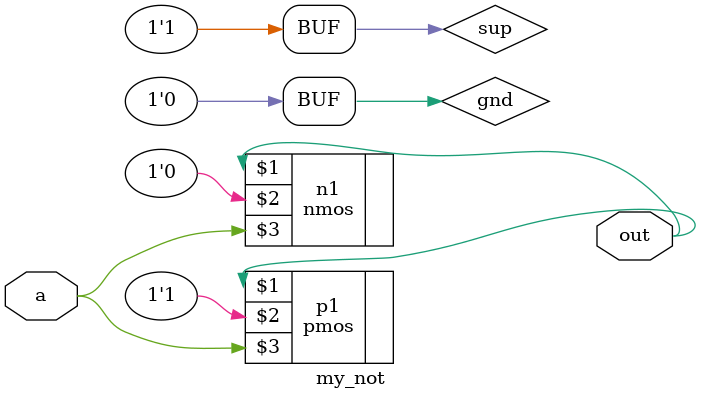
<source format=v>
module sign_extend(in, out);
  input [15:0] in;
  output [31:0] out;

  assign out = {{16{in[15]}}, in};
endmodule

// модуль, который реализует побитовый сдвиг числа
// влево на 2 бита
module shl_2(in, out);
  input [31:0] in;
  output [31:0] out;

  assign out = {in[29:0], 2'b00};
endmodule

// 32 битный сумматор
module adder(a, b, out);
  input [31:0] a, b;
  output [31:0] out;

  assign out = a + b;
endmodule

// 32-битный мультиплексор
module mux2_32(d0, d1, a, out);
  input [31:0] d0, d1;
  input a;
  output [31:0] out;
  assign out = a ? d1 : d0;
endmodule

// 5 - битный мультиплексор
module mux2_5(d0, d1, a, out);
  input [4:0] d0, d1;
  input a;
  output [4:0] out;
  assign out = a ? d1 : d0;
endmodule

module alu(a, b, control, res, zero);
  input [31:0] a, b;
  input [2:0] control;
  output [31:0] res;
  output zero;

  wire [2:0] add = 3'b010, sub = 3'b110, kon = 3'b000, dis = 3'b001, slt = 3'b111;

  reg [31:0] reg_res;

  always @(*) begin
    case(control)
      add : 
        reg_res = a + b;
      sub : 
        reg_res = a - b;
      kon : 
        reg_res = a & b;
      dis :
        reg_res = a | b;
      slt : begin
        // if (a < b) begin
        //   reg_res = 32'b00000000000000000000000000000001;
        // end else begin
        //   reg_res = 32'b00000000000000000000000000000000;
        // end
        reg_res[31:1] = 31'b0000000000000000000000000000000;
        reg_res[0] = a[31] != b[31] ? (a[31] > b[31] ? 1 : 0) : (a < b ? 1 : 0);
        // if (a[31] == b[31]) begin
        //   if (a[31] == 1'b1) begin
            
        //   end
        // end
      end
    endcase
  end
  
  assign zero = reg_res == 32'b00000000000000000000000000000000;

  assign res = reg_res;

endmodule

module control_unit(opcode, funct, memto_reg, mem_write, bne_out, beq_out, alu_control, alu_src, reg_dst, reg_write, j_out, jal_out, jr);
  input [5:0] opcode;
  input [5:0] funct;

  wire [5:0] lw = 6'b100011, sw = 6'b101011, beq = 6'b000100, r_type = 6'b000000, addi = 6'b001000, andi = 6'b001100, bne = 6'b000101, j = 6'b000010, jal = 6'b000011;

  output [2:0] alu_control;
  output memto_reg, mem_write, bne_out, beq_out, alu_src, reg_dst, reg_write, j_out, jal_out, jr;

  reg [2:0] reg_alu_control;
  reg [1:0] alu_op;
  reg reg_memto_reg, reg_mem_write, reg_bne, reg_beq, reg_alu_src, reg_reg_dst, reg_reg_write, reg_j, reg_jal;
  
  always @(*) begin
    case(opcode)
      lw : begin
        reg_memto_reg = 1'b1;
        reg_mem_write = 1'b0;
        reg_bne = 1'b0;
        reg_beq = 1'b0;
        alu_op = 2'b00;
        reg_alu_src = 1'b1;
        reg_reg_dst = 1'b0;
        reg_reg_write = 1'b1;
        reg_j = 1'b0;
        reg_jal = 1'b0;
      end
      sw : begin
        reg_memto_reg = 1'b0;
        reg_mem_write = 1'b1;
        reg_bne = 1'b0;
        reg_beq = 1'b0;
        alu_op = 2'b00;
        reg_alu_src = 1'b1;
        reg_reg_dst = 1'b0;
        reg_reg_write = 1'b0;
        reg_j = 1'b0;
        reg_jal = 1'b0;
      end
      beq : begin
        reg_memto_reg = 1'b0;
        reg_mem_write = 1'b0;
        reg_bne = 1'b0;
        reg_beq = 1'b1;
        alu_op = 2'b01;
        reg_alu_src = 1'b0;
        reg_reg_dst = 1'b0;
        reg_reg_write = 1'b0;
        reg_j = 1'b0;
        reg_jal = 1'b0;
      end
      r_type : begin
        reg_memto_reg = 1'b0;
        reg_mem_write = 1'b0;
        reg_bne = 1'b0;
        reg_beq = 1'b0;
        alu_op = 2'b10;
        reg_alu_src = 1'b0;
        reg_reg_dst = 1'b1;
        if (funct == 6'b001000)
          reg_reg_write = 1'b0;
        else
          reg_reg_write = 1'b1;
        reg_j = 1'b0;
        reg_jal = 1'b0;
      end
      addi: begin
        reg_memto_reg = 1'b0;
        reg_mem_write = 1'b0;
        reg_bne = 1'b0;
        reg_beq = 1'b0;
        alu_op = 2'b00;
        reg_alu_src = 1'b1;
        reg_reg_dst = 1'b0;
        reg_reg_write = 1'b1;
        reg_j = 1'b0;
        reg_jal = 1'b0;
      end
      andi: begin
        reg_memto_reg = 1'b0;
        reg_mem_write = 1'b0;
        reg_bne = 1'b0;
        reg_beq = 1'b0;
        alu_op = 2'b11;
        reg_alu_src = 1'b1;
        reg_reg_dst = 1'b0;
        reg_reg_write = 1'b1;
        reg_j = 1'b0;
        reg_jal = 1'b0;
      end
      bne: begin
        reg_memto_reg = 1'b0;
        reg_mem_write = 1'b0;
        reg_bne = 1'b1;
        reg_beq = 1'b0;
        alu_op = 2'b01;
        reg_alu_src = 1'b0;
        reg_reg_dst = 1'b0;
        reg_reg_write = 1'b0;
        reg_j = 1'b0;
        reg_jal = 1'b0;
      end
      j: begin
        reg_memto_reg = 1'b0;
        reg_mem_write = 1'b0;
        reg_bne = 1'b0;
        reg_beq = 1'b0;
        alu_op = 2'b00;
        reg_alu_src = 1'b0;
        reg_reg_dst = 1'b0;
        reg_reg_write = 1'b0;
        reg_jal = 1'b0;
        reg_j = 1'b1;
      end
      jal: begin
        reg_memto_reg = 1'b0;
        reg_mem_write = 1'b0;
        reg_bne = 1'b0;
        reg_beq = 1'b0;
        alu_op = 2'b00;
        reg_alu_src = 1'b0;
        reg_reg_dst = 1'b0;
        reg_reg_write = 1'b1;
        reg_j = 1'b1;
        reg_jal = 1'b1;
      end
    endcase
  end

  assign memto_reg = reg_memto_reg;
  assign mem_write = reg_mem_write;
  assign bne_out = reg_bne;
  assign beq_out = reg_beq;
  assign alu_src = reg_alu_src;
  assign reg_dst = reg_reg_dst;
  assign reg_write = reg_reg_write;
  assign j_out = reg_j;
  assign jal_out = reg_jal;

  alu_decoder decoder (alu_op, funct, alu_control, jr);
endmodule

module alu_decoder (alu_op, funct, alu_control, jr);
  input [1:0] alu_op;
  input [5:0] funct;

  wire [1:0] add = 2'b00, subtract = 2'b01, look_funct = 2'b10, andi = 2'b11;
  wire [5:0] add_fun = 6'b100000, sub_fun = 6'b100010, and_fun = 6'b100100, or_fun = 6'b100101, slt_fun = 6'b101010, jr_fun = 6'b001000;

  output [2:0] alu_control;
  output jr;

  reg [2:0] reg_alu_control;
  reg reg_jr;

  always @(*) begin
    case(alu_op)
      add : begin 
        reg_alu_control = 3'b010;
        reg_jr = 1'b0;
      end
      subtract : begin 
        reg_alu_control = 3'b110;
        reg_jr = 1'b0;
      end
      look_funct : 
        case(funct)
          add_fun: begin
            reg_alu_control = 3'b010;
            reg_jr = 1'b0;
          end
          sub_fun: begin 
            reg_alu_control = 3'b110;
            reg_jr = 1'b0;
          end
          and_fun: begin
            reg_alu_control = 3'b000;
            reg_jr = 1'b0;
          end
          or_fun: begin
            reg_alu_control = 3'b001;
            reg_jr = 1'b0;
          end
          slt_fun: begin
            reg_alu_control = 3'b111;
            reg_jr = 1'b0;
          end
          jr_fun: begin
            reg_alu_control = 3'b100;
            reg_jr = 1'b1;
          end
        endcase
      andi : begin
        reg_alu_control = 3'b000;
        reg_jr = 1'b0;
      end
    endcase
  end

  // funct_decoder decoder_fff (funct, alu_control);
  assign alu_control = reg_alu_control;
  assign jr = reg_jr;
endmodule

module my_not(a, out);
  input a;
  output out;
  supply1 sup;
  supply0 gnd;

  pmos p1 (out, sup, a);
  nmos n1 (out, gnd, a);
endmodule

// module funct_decoder (funct, alu_control);
//   input [5:0] funct;

//   wire [5:0] add = 6'b100000, subtract = 6'b100010, andd = 6'b100100, orr = 6'b100101, slt = 6'b101010;

//   output [2:0] alu_control;

//   reg [2:0] reg_alu_control;

//   always @(*) begin
//     case(funct)
//       add :
//         reg_alu_control = 3'b010;
//       subtract :
//         reg_alu_control = 3'b110;
//       andd : 
//         reg_alu_control = 3'b000;
//       orr : 
//         reg_alu_control = 3'b001;
//       slt : 
//         reg_alu_control = 3'b111;
//     endcase
//   end

//   assign alu_control = reg_alu_control;
// endmodule
</source>
